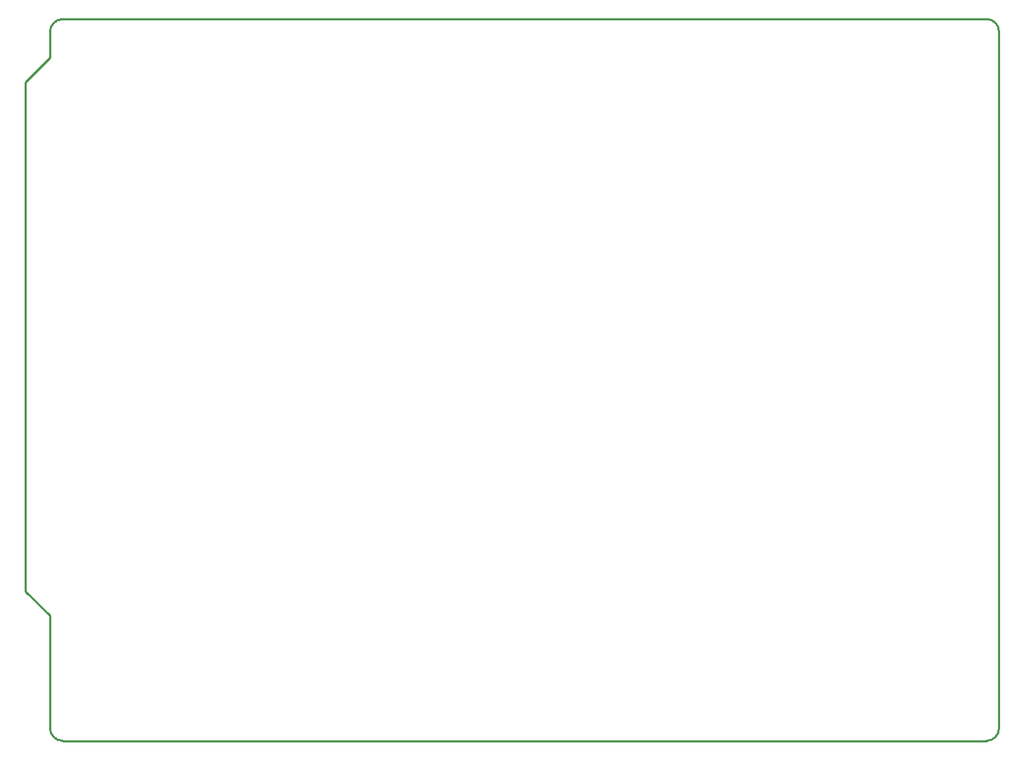
<source format=gko>
G04*
G04 #@! TF.GenerationSoftware,Altium Limited,Altium Designer,20.0.9 (164)*
G04*
G04 Layer_Color=16711935*
%FSLAX25Y25*%
%MOIN*%
G70*
G01*
G75*
%ADD17C,0.01000*%
D17*
X462480Y337833D02*
G03*
X456575Y343739I-5906J0D01*
G01*
X456573Y1221D02*
G03*
X462479Y7126I0J5906D01*
G01*
X18500Y343741D02*
G03*
X12350Y337500I46J-6196D01*
G01*
X12351Y7371D02*
G03*
X18500Y1222I6149J-0D01*
G01*
X749Y313749D02*
X750Y72623D01*
X304998Y1222D02*
X434923Y1222D01*
X462479Y7127D02*
Y337836D01*
X18500Y343741D02*
X456573Y343741D01*
X749Y313749D02*
X12350Y325350D01*
Y337591D01*
X750Y72250D02*
X12351Y60649D01*
Y7371D02*
Y60649D01*
X18500Y1222D02*
X304998Y1222D01*
X434923Y1222D02*
X456573D01*
M02*

</source>
